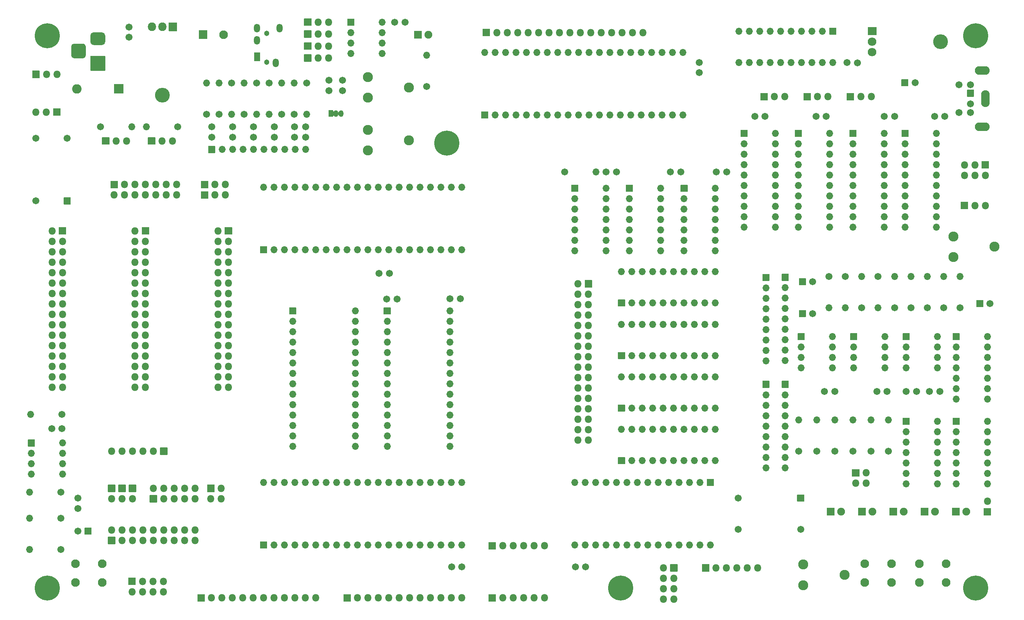
<source format=gts>
G04 #@! TF.GenerationSoftware,KiCad,Pcbnew,(5.1.9)-1*
G04 #@! TF.CreationDate,2023-05-01T09:00:56+01:00*
G04 #@! TF.ProjectId,AT_65C02_Computer_Rev003,41545f36-3543-4303-925f-436f6d707574,Rev003*
G04 #@! TF.SameCoordinates,Original*
G04 #@! TF.FileFunction,Soldermask,Top*
G04 #@! TF.FilePolarity,Negative*
%FSLAX46Y46*%
G04 Gerber Fmt 4.6, Leading zero omitted, Abs format (unit mm)*
G04 Created by KiCad (PCBNEW (5.1.9)-1) date 2023-05-01 09:00:56*
%MOMM*%
%LPD*%
G01*
G04 APERTURE LIST*
%ADD10O,1.702000X1.702000*%
%ADD11O,1.802000X1.802000*%
%ADD12C,6.102000*%
%ADD13C,1.702000*%
%ADD14C,2.102000*%
%ADD15C,2.442000*%
%ADD16O,3.602000X3.602000*%
%ADD17O,2.102000X2.007000*%
%ADD18C,1.902000*%
%ADD19O,2.102000X4.102000*%
%ADD20O,3.602000X2.102000*%
%ADD21O,2.007000X2.102000*%
%ADD22O,2.302000X2.302000*%
%ADD23O,1.502000X2.102000*%
%ADD24C,1.302000*%
%ADD25O,1.152000X1.602000*%
%ADD26C,0.100000*%
G04 APERTURE END LIST*
D10*
X276522000Y-93333000D03*
X268902000Y-116193000D03*
X276522000Y-95873000D03*
X268902000Y-113653000D03*
X276522000Y-98413000D03*
X268902000Y-111113000D03*
X276522000Y-100953000D03*
X268902000Y-108573000D03*
X276522000Y-103493000D03*
X268902000Y-106033000D03*
X276522000Y-106033000D03*
X268902000Y-103493000D03*
X276522000Y-108573000D03*
X268902000Y-100953000D03*
X276522000Y-111113000D03*
X268902000Y-98413000D03*
X276522000Y-113653000D03*
X268902000Y-95873000D03*
X276522000Y-116193000D03*
G36*
G01*
X268051000Y-94133000D02*
X268051000Y-92533000D01*
G75*
G02*
X268102000Y-92482000I51000J0D01*
G01*
X269702000Y-92482000D01*
G75*
G02*
X269753000Y-92533000I0J-51000D01*
G01*
X269753000Y-94133000D01*
G75*
G02*
X269702000Y-94184000I-51000J0D01*
G01*
X268102000Y-94184000D01*
G75*
G02*
X268051000Y-94133000I0J51000D01*
G01*
G37*
X289728000Y-93333000D03*
X282108000Y-116193000D03*
X289728000Y-95873000D03*
X282108000Y-113653000D03*
X289728000Y-98413000D03*
X282108000Y-111113000D03*
X289728000Y-100953000D03*
X282108000Y-108573000D03*
X289728000Y-103493000D03*
X282108000Y-106033000D03*
X289728000Y-106033000D03*
X282108000Y-103493000D03*
X289728000Y-108573000D03*
X282108000Y-100953000D03*
X289728000Y-111113000D03*
X282108000Y-98413000D03*
X289728000Y-113653000D03*
X282108000Y-95873000D03*
X289728000Y-116193000D03*
G36*
G01*
X281257000Y-94133000D02*
X281257000Y-92533000D01*
G75*
G02*
X281308000Y-92482000I51000J0D01*
G01*
X282908000Y-92482000D01*
G75*
G02*
X282959000Y-92533000I0J-51000D01*
G01*
X282959000Y-94133000D01*
G75*
G02*
X282908000Y-94184000I-51000J0D01*
G01*
X281308000Y-94184000D01*
G75*
G02*
X281257000Y-94133000I0J51000D01*
G01*
G37*
X303035000Y-93333000D03*
X295415000Y-116193000D03*
X303035000Y-95873000D03*
X295415000Y-113653000D03*
X303035000Y-98413000D03*
X295415000Y-111113000D03*
X303035000Y-100953000D03*
X295415000Y-108573000D03*
X303035000Y-103493000D03*
X295415000Y-106033000D03*
X303035000Y-106033000D03*
X295415000Y-103493000D03*
X303035000Y-108573000D03*
X295415000Y-100953000D03*
X303035000Y-111113000D03*
X295415000Y-98413000D03*
X303035000Y-113653000D03*
X295415000Y-95873000D03*
X303035000Y-116193000D03*
G36*
G01*
X294564000Y-94133000D02*
X294564000Y-92533000D01*
G75*
G02*
X294615000Y-92482000I51000J0D01*
G01*
X296215000Y-92482000D01*
G75*
G02*
X296266000Y-92533000I0J-51000D01*
G01*
X296266000Y-94133000D01*
G75*
G02*
X296215000Y-94184000I-51000J0D01*
G01*
X294615000Y-94184000D01*
G75*
G02*
X294564000Y-94133000I0J51000D01*
G01*
G37*
X315728000Y-93333000D03*
X308108000Y-116193000D03*
X315728000Y-95873000D03*
X308108000Y-113653000D03*
X315728000Y-98413000D03*
X308108000Y-111113000D03*
X315728000Y-100953000D03*
X308108000Y-108573000D03*
X315728000Y-103493000D03*
X308108000Y-106033000D03*
X315728000Y-106033000D03*
X308108000Y-103493000D03*
X315728000Y-108573000D03*
X308108000Y-100953000D03*
X315728000Y-111113000D03*
X308108000Y-98413000D03*
X315728000Y-113653000D03*
X308108000Y-95873000D03*
X315728000Y-116193000D03*
G36*
G01*
X307257000Y-94133000D02*
X307257000Y-92533000D01*
G75*
G02*
X307308000Y-92482000I51000J0D01*
G01*
X308908000Y-92482000D01*
G75*
G02*
X308959000Y-92533000I0J-51000D01*
G01*
X308959000Y-94133000D01*
G75*
G02*
X308908000Y-94184000I-51000J0D01*
G01*
X307308000Y-94184000D01*
G75*
G02*
X307257000Y-94133000I0J51000D01*
G01*
G37*
G36*
G01*
X115740000Y-193481000D02*
X114040000Y-193481000D01*
G75*
G02*
X113989000Y-193430000I0J51000D01*
G01*
X113989000Y-191730000D01*
G75*
G02*
X114040000Y-191679000I51000J0D01*
G01*
X115740000Y-191679000D01*
G75*
G02*
X115791000Y-191730000I0J-51000D01*
G01*
X115791000Y-193430000D01*
G75*
G02*
X115740000Y-193481000I-51000J0D01*
G01*
G37*
D11*
X114890000Y-190040000D03*
X117430000Y-192580000D03*
X117430000Y-190040000D03*
X119970000Y-192580000D03*
X119970000Y-190040000D03*
X122510000Y-192580000D03*
X122510000Y-190040000D03*
X125050000Y-192580000D03*
X125050000Y-190040000D03*
X127590000Y-192580000D03*
X127590000Y-190040000D03*
X130130000Y-192580000D03*
X130130000Y-190040000D03*
X132670000Y-192580000D03*
X132670000Y-190040000D03*
X135210000Y-192580000D03*
X135210000Y-190040000D03*
D12*
X196490000Y-95700000D03*
X238865000Y-204210000D03*
D13*
X119145000Y-69915000D03*
X119145000Y-67415000D03*
D14*
X112565000Y-198275000D03*
X112565000Y-202775000D03*
X106065000Y-198275000D03*
X106065000Y-202775000D03*
X318044000Y-198275000D03*
X318044000Y-202775000D03*
X311544000Y-198275000D03*
X311544000Y-202775000D03*
X304804000Y-198275000D03*
X304804000Y-202775000D03*
X298304000Y-198275000D03*
X298304000Y-202775000D03*
D11*
X299855000Y-84410000D03*
X297315000Y-84410000D03*
G36*
G01*
X295625000Y-85311000D02*
X293925000Y-85311000D01*
G75*
G02*
X293874000Y-85260000I0J51000D01*
G01*
X293874000Y-83560000D01*
G75*
G02*
X293925000Y-83509000I51000J0D01*
G01*
X295625000Y-83509000D01*
G75*
G02*
X295676000Y-83560000I0J-51000D01*
G01*
X295676000Y-85260000D01*
G75*
G02*
X295625000Y-85311000I-51000J0D01*
G01*
G37*
X289335000Y-84410000D03*
X286795000Y-84410000D03*
G36*
G01*
X285105000Y-85311000D02*
X283405000Y-85311000D01*
G75*
G02*
X283354000Y-85260000I0J51000D01*
G01*
X283354000Y-83560000D01*
G75*
G02*
X283405000Y-83509000I51000J0D01*
G01*
X285105000Y-83509000D01*
G75*
G02*
X285156000Y-83560000I0J-51000D01*
G01*
X285156000Y-85260000D01*
G75*
G02*
X285105000Y-85311000I-51000J0D01*
G01*
G37*
X278815000Y-84410000D03*
X276275000Y-84410000D03*
G36*
G01*
X274585000Y-85311000D02*
X272885000Y-85311000D01*
G75*
G02*
X272834000Y-85260000I0J51000D01*
G01*
X272834000Y-83560000D01*
G75*
G02*
X272885000Y-83509000I51000J0D01*
G01*
X274585000Y-83509000D01*
G75*
G02*
X274636000Y-83560000I0J-51000D01*
G01*
X274636000Y-85260000D01*
G75*
G02*
X274585000Y-85311000I-51000J0D01*
G01*
G37*
X228445000Y-168110000D03*
X230985000Y-168110000D03*
X228445000Y-165570000D03*
X230985000Y-165570000D03*
X228445000Y-163030000D03*
X230985000Y-163030000D03*
X228445000Y-160490000D03*
X230985000Y-160490000D03*
X228445000Y-157950000D03*
X230985000Y-157950000D03*
X228445000Y-155410000D03*
X230985000Y-155410000D03*
X228445000Y-152870000D03*
X230985000Y-152870000D03*
X228445000Y-150330000D03*
X230985000Y-150330000D03*
X228445000Y-147790000D03*
X230985000Y-147790000D03*
X228445000Y-145250000D03*
X230985000Y-145250000D03*
X228445000Y-142710000D03*
X230985000Y-142710000D03*
X228445000Y-140170000D03*
X230985000Y-140170000D03*
X228445000Y-137630000D03*
X230985000Y-137630000D03*
X228445000Y-135090000D03*
X230985000Y-135090000D03*
X228445000Y-132550000D03*
X230985000Y-132550000D03*
X228445000Y-130010000D03*
G36*
G01*
X230084000Y-130860000D02*
X230084000Y-129160000D01*
G75*
G02*
X230135000Y-129109000I51000J0D01*
G01*
X231835000Y-129109000D01*
G75*
G02*
X231886000Y-129160000I0J-51000D01*
G01*
X231886000Y-130860000D01*
G75*
G02*
X231835000Y-130911000I-51000J0D01*
G01*
X230135000Y-130911000D01*
G75*
G02*
X230084000Y-130860000I0J51000D01*
G01*
G37*
D10*
X239045000Y-139876666D03*
X261905000Y-147496666D03*
X241585000Y-139876666D03*
X259365000Y-147496666D03*
X244125000Y-139876666D03*
X256825000Y-147496666D03*
X246665000Y-139876666D03*
X254285000Y-147496666D03*
X249205000Y-139876666D03*
X251745000Y-147496666D03*
X251745000Y-139876666D03*
X249205000Y-147496666D03*
X254285000Y-139876666D03*
X246665000Y-147496666D03*
X256825000Y-139876666D03*
X244125000Y-147496666D03*
X259365000Y-139876666D03*
X241585000Y-147496666D03*
X261905000Y-139876666D03*
G36*
G01*
X239845000Y-148347666D02*
X238245000Y-148347666D01*
G75*
G02*
X238194000Y-148296666I0J51000D01*
G01*
X238194000Y-146696666D01*
G75*
G02*
X238245000Y-146645666I51000J0D01*
G01*
X239845000Y-146645666D01*
G75*
G02*
X239896000Y-146696666I0J-51000D01*
G01*
X239896000Y-148296666D01*
G75*
G02*
X239845000Y-148347666I-51000J0D01*
G01*
G37*
X239045000Y-127060000D03*
X261905000Y-134680000D03*
X241585000Y-127060000D03*
X259365000Y-134680000D03*
X244125000Y-127060000D03*
X256825000Y-134680000D03*
X246665000Y-127060000D03*
X254285000Y-134680000D03*
X249205000Y-127060000D03*
X251745000Y-134680000D03*
X251745000Y-127060000D03*
X249205000Y-134680000D03*
X254285000Y-127060000D03*
X246665000Y-134680000D03*
X256825000Y-127060000D03*
X244125000Y-134680000D03*
X259365000Y-127060000D03*
X241585000Y-134680000D03*
X261905000Y-127060000D03*
G36*
G01*
X239845000Y-135531000D02*
X238245000Y-135531000D01*
G75*
G02*
X238194000Y-135480000I0J51000D01*
G01*
X238194000Y-133880000D01*
G75*
G02*
X238245000Y-133829000I51000J0D01*
G01*
X239845000Y-133829000D01*
G75*
G02*
X239896000Y-133880000I0J-51000D01*
G01*
X239896000Y-135480000D01*
G75*
G02*
X239845000Y-135531000I-51000J0D01*
G01*
G37*
X239045000Y-152693332D03*
X261905000Y-160313332D03*
X241585000Y-152693332D03*
X259365000Y-160313332D03*
X244125000Y-152693332D03*
X256825000Y-160313332D03*
X246665000Y-152693332D03*
X254285000Y-160313332D03*
X249205000Y-152693332D03*
X251745000Y-160313332D03*
X251745000Y-152693332D03*
X249205000Y-160313332D03*
X254285000Y-152693332D03*
X246665000Y-160313332D03*
X256825000Y-152693332D03*
X244125000Y-160313332D03*
X259365000Y-152693332D03*
X241585000Y-160313332D03*
X261905000Y-152693332D03*
G36*
G01*
X239845000Y-161164332D02*
X238245000Y-161164332D01*
G75*
G02*
X238194000Y-161113332I0J51000D01*
G01*
X238194000Y-159513332D01*
G75*
G02*
X238245000Y-159462332I51000J0D01*
G01*
X239845000Y-159462332D01*
G75*
G02*
X239896000Y-159513332I0J-51000D01*
G01*
X239896000Y-161113332D01*
G75*
G02*
X239845000Y-161164332I-51000J0D01*
G01*
G37*
X239045000Y-165510000D03*
X261905000Y-173130000D03*
X241585000Y-165510000D03*
X259365000Y-173130000D03*
X244125000Y-165510000D03*
X256825000Y-173130000D03*
X246665000Y-165510000D03*
X254285000Y-173130000D03*
X249205000Y-165510000D03*
X251745000Y-173130000D03*
X251745000Y-165510000D03*
X249205000Y-173130000D03*
X254285000Y-165510000D03*
X246665000Y-173130000D03*
X256825000Y-165510000D03*
X244125000Y-173130000D03*
X259365000Y-165510000D03*
X241585000Y-173130000D03*
X261905000Y-165510000D03*
G36*
G01*
X239845000Y-173981000D02*
X238245000Y-173981000D01*
G75*
G02*
X238194000Y-173930000I0J51000D01*
G01*
X238194000Y-172330000D01*
G75*
G02*
X238245000Y-172279000I51000J0D01*
G01*
X239845000Y-172279000D01*
G75*
G02*
X239896000Y-172330000I0J-51000D01*
G01*
X239896000Y-173930000D01*
G75*
G02*
X239845000Y-173981000I-51000J0D01*
G01*
G37*
D15*
X319885000Y-118480000D03*
X329885000Y-120980000D03*
X319885000Y-123480000D03*
D11*
X220255000Y-206560000D03*
X217715000Y-206560000D03*
X215175000Y-206560000D03*
X212635000Y-206560000D03*
X210095000Y-206560000D03*
G36*
G01*
X208405000Y-207461000D02*
X206705000Y-207461000D01*
G75*
G02*
X206654000Y-207410000I0J51000D01*
G01*
X206654000Y-205710000D01*
G75*
G02*
X206705000Y-205659000I51000J0D01*
G01*
X208405000Y-205659000D01*
G75*
G02*
X208456000Y-205710000I0J-51000D01*
G01*
X208456000Y-207410000D01*
G75*
G02*
X208405000Y-207461000I-51000J0D01*
G01*
G37*
G36*
G01*
X208405000Y-194761000D02*
X206705000Y-194761000D01*
G75*
G02*
X206654000Y-194710000I0J51000D01*
G01*
X206654000Y-193010000D01*
G75*
G02*
X206705000Y-192959000I51000J0D01*
G01*
X208405000Y-192959000D01*
G75*
G02*
X208456000Y-193010000I0J-51000D01*
G01*
X208456000Y-194710000D01*
G75*
G02*
X208405000Y-194761000I-51000J0D01*
G01*
G37*
X210095000Y-193860000D03*
X212635000Y-193860000D03*
X215175000Y-193860000D03*
X217715000Y-193860000D03*
X220255000Y-193860000D03*
X249245000Y-206870000D03*
X251785000Y-206870000D03*
X249245000Y-204330000D03*
X251785000Y-204330000D03*
X249245000Y-201790000D03*
X251785000Y-201790000D03*
X249245000Y-199250000D03*
G36*
G01*
X250884000Y-200100000D02*
X250884000Y-198400000D01*
G75*
G02*
X250935000Y-198349000I51000J0D01*
G01*
X252635000Y-198349000D01*
G75*
G02*
X252686000Y-198400000I0J-51000D01*
G01*
X252686000Y-200100000D01*
G75*
G02*
X252635000Y-200151000I-51000J0D01*
G01*
X250935000Y-200151000D01*
G75*
G02*
X250884000Y-200100000I0J51000D01*
G01*
G37*
D16*
X316725000Y-70960000D03*
G36*
G01*
X299065000Y-67416500D02*
X301065000Y-67416500D01*
G75*
G02*
X301116000Y-67467500I0J-51000D01*
G01*
X301116000Y-69372500D01*
G75*
G02*
X301065000Y-69423500I-51000J0D01*
G01*
X299065000Y-69423500D01*
G75*
G02*
X299014000Y-69372500I0J51000D01*
G01*
X299014000Y-67467500D01*
G75*
G02*
X299065000Y-67416500I51000J0D01*
G01*
G37*
D17*
X300065000Y-70960000D03*
X300065000Y-73500000D03*
G36*
G01*
X152705000Y-194511000D02*
X151105000Y-194511000D01*
G75*
G02*
X151054000Y-194460000I0J51000D01*
G01*
X151054000Y-192860000D01*
G75*
G02*
X151105000Y-192809000I51000J0D01*
G01*
X152705000Y-192809000D01*
G75*
G02*
X152756000Y-192860000I0J-51000D01*
G01*
X152756000Y-194460000D01*
G75*
G02*
X152705000Y-194511000I-51000J0D01*
G01*
G37*
D10*
X200165000Y-178420000D03*
X154445000Y-193660000D03*
X197625000Y-178420000D03*
X156985000Y-193660000D03*
X195085000Y-178420000D03*
X159525000Y-193660000D03*
X192545000Y-178420000D03*
X162065000Y-193660000D03*
X190005000Y-178420000D03*
X164605000Y-193660000D03*
X187465000Y-178420000D03*
X167145000Y-193660000D03*
X184925000Y-178420000D03*
X169685000Y-193660000D03*
X182385000Y-178420000D03*
X172225000Y-193660000D03*
X179845000Y-178420000D03*
X174765000Y-193660000D03*
X177305000Y-178420000D03*
X177305000Y-193660000D03*
X174765000Y-178420000D03*
X179845000Y-193660000D03*
X172225000Y-178420000D03*
X182385000Y-193660000D03*
X169685000Y-178420000D03*
X184925000Y-193660000D03*
X167145000Y-178420000D03*
X187465000Y-193660000D03*
X164605000Y-178420000D03*
X190005000Y-193660000D03*
X162065000Y-178420000D03*
X192545000Y-193660000D03*
X159525000Y-178420000D03*
X195085000Y-193660000D03*
X156985000Y-178420000D03*
X197625000Y-193660000D03*
X154445000Y-178420000D03*
X200165000Y-193660000D03*
X151905000Y-178420000D03*
G36*
G01*
X259865000Y-177609000D02*
X261465000Y-177609000D01*
G75*
G02*
X261516000Y-177660000I0J-51000D01*
G01*
X261516000Y-179260000D01*
G75*
G02*
X261465000Y-179311000I-51000J0D01*
G01*
X259865000Y-179311000D01*
G75*
G02*
X259814000Y-179260000I0J51000D01*
G01*
X259814000Y-177660000D01*
G75*
G02*
X259865000Y-177609000I51000J0D01*
G01*
G37*
X227645000Y-193700000D03*
X258125000Y-178460000D03*
X230185000Y-193700000D03*
X255585000Y-178460000D03*
X232725000Y-193700000D03*
X253045000Y-178460000D03*
X235265000Y-193700000D03*
X250505000Y-178460000D03*
X237805000Y-193700000D03*
X247965000Y-178460000D03*
X240345000Y-193700000D03*
X245425000Y-178460000D03*
X242885000Y-193700000D03*
X242885000Y-178460000D03*
X245425000Y-193700000D03*
X240345000Y-178460000D03*
X247965000Y-193700000D03*
X237805000Y-178460000D03*
X250505000Y-193700000D03*
X235265000Y-178460000D03*
X253045000Y-193700000D03*
X232725000Y-178460000D03*
X255585000Y-193700000D03*
X230185000Y-178460000D03*
X258125000Y-193700000D03*
X227645000Y-178460000D03*
X260665000Y-193700000D03*
X151905000Y-106460000D03*
X200165000Y-121700000D03*
X154445000Y-106460000D03*
X197625000Y-121700000D03*
X156985000Y-106460000D03*
X195085000Y-121700000D03*
X159525000Y-106460000D03*
X192545000Y-121700000D03*
X162065000Y-106460000D03*
X190005000Y-121700000D03*
X164605000Y-106460000D03*
X187465000Y-121700000D03*
X167145000Y-106460000D03*
X184925000Y-121700000D03*
X169685000Y-106460000D03*
X182385000Y-121700000D03*
X172225000Y-106460000D03*
X179845000Y-121700000D03*
X174765000Y-106460000D03*
X177305000Y-121700000D03*
X177305000Y-106460000D03*
X174765000Y-121700000D03*
X179845000Y-106460000D03*
X172225000Y-121700000D03*
X182385000Y-106460000D03*
X169685000Y-121700000D03*
X184925000Y-106460000D03*
X167145000Y-121700000D03*
X187465000Y-106460000D03*
X164605000Y-121700000D03*
X190005000Y-106460000D03*
X162065000Y-121700000D03*
X192545000Y-106460000D03*
X159525000Y-121700000D03*
X195085000Y-106460000D03*
X156985000Y-121700000D03*
X197625000Y-106460000D03*
X154445000Y-121700000D03*
X200165000Y-106460000D03*
G36*
G01*
X152705000Y-122551000D02*
X151105000Y-122551000D01*
G75*
G02*
X151054000Y-122500000I0J51000D01*
G01*
X151054000Y-120900000D01*
G75*
G02*
X151105000Y-120849000I51000J0D01*
G01*
X152705000Y-120849000D01*
G75*
G02*
X152756000Y-120900000I0J-51000D01*
G01*
X152756000Y-122500000D01*
G75*
G02*
X152705000Y-122551000I-51000J0D01*
G01*
G37*
G36*
G01*
X206525000Y-89711000D02*
X204925000Y-89711000D01*
G75*
G02*
X204874000Y-89660000I0J51000D01*
G01*
X204874000Y-88060000D01*
G75*
G02*
X204925000Y-88009000I51000J0D01*
G01*
X206525000Y-88009000D01*
G75*
G02*
X206576000Y-88060000I0J-51000D01*
G01*
X206576000Y-89660000D01*
G75*
G02*
X206525000Y-89711000I-51000J0D01*
G01*
G37*
X253985000Y-73620000D03*
X208265000Y-88860000D03*
X251445000Y-73620000D03*
X210805000Y-88860000D03*
X248905000Y-73620000D03*
X213345000Y-88860000D03*
X246365000Y-73620000D03*
X215885000Y-88860000D03*
X243825000Y-73620000D03*
X218425000Y-88860000D03*
X241285000Y-73620000D03*
X220965000Y-88860000D03*
X238745000Y-73620000D03*
X223505000Y-88860000D03*
X236205000Y-73620000D03*
X226045000Y-88860000D03*
X233665000Y-73620000D03*
X228585000Y-88860000D03*
X231125000Y-73620000D03*
X231125000Y-88860000D03*
X228585000Y-73620000D03*
X233665000Y-88860000D03*
X226045000Y-73620000D03*
X236205000Y-88860000D03*
X223505000Y-73620000D03*
X238745000Y-88860000D03*
X220965000Y-73620000D03*
X241285000Y-88860000D03*
X218425000Y-73620000D03*
X243825000Y-88860000D03*
X215885000Y-73620000D03*
X246365000Y-88860000D03*
X213345000Y-73620000D03*
X248905000Y-88860000D03*
X210805000Y-73620000D03*
X251445000Y-88860000D03*
X208265000Y-73620000D03*
X253985000Y-88860000D03*
X205725000Y-73620000D03*
D18*
X192015000Y-69280000D03*
G36*
G01*
X188524000Y-70180000D02*
X188524000Y-68380000D01*
G75*
G02*
X188575000Y-68329000I51000J0D01*
G01*
X190375000Y-68329000D01*
G75*
G02*
X190426000Y-68380000I0J-51000D01*
G01*
X190426000Y-70180000D01*
G75*
G02*
X190375000Y-70231000I-51000J0D01*
G01*
X188575000Y-70231000D01*
G75*
G02*
X188524000Y-70180000I0J51000D01*
G01*
G37*
D13*
X230305000Y-198990000D03*
X227805000Y-198990000D03*
D11*
X272235000Y-199250000D03*
X269695000Y-199250000D03*
X267155000Y-199250000D03*
X264615000Y-199250000D03*
X262075000Y-199250000D03*
G36*
G01*
X260385000Y-200151000D02*
X258685000Y-200151000D01*
G75*
G02*
X258634000Y-200100000I0J51000D01*
G01*
X258634000Y-198400000D01*
G75*
G02*
X258685000Y-198349000I51000J0D01*
G01*
X260385000Y-198349000D01*
G75*
G02*
X260436000Y-198400000I0J-51000D01*
G01*
X260436000Y-200100000D01*
G75*
G02*
X260385000Y-200151000I-51000J0D01*
G01*
G37*
D15*
X177245000Y-79640000D03*
X187245000Y-82140000D03*
X177245000Y-84640000D03*
G36*
G01*
X289715000Y-67569000D02*
X291315000Y-67569000D01*
G75*
G02*
X291366000Y-67620000I0J-51000D01*
G01*
X291366000Y-69220000D01*
G75*
G02*
X291315000Y-69271000I-51000J0D01*
G01*
X289715000Y-69271000D01*
G75*
G02*
X289664000Y-69220000I0J51000D01*
G01*
X289664000Y-67620000D01*
G75*
G02*
X289715000Y-67569000I51000J0D01*
G01*
G37*
D10*
X267655000Y-76040000D03*
X287975000Y-68420000D03*
X270195000Y-76040000D03*
X285435000Y-68420000D03*
X272735000Y-76040000D03*
X282895000Y-68420000D03*
X275275000Y-76040000D03*
X280355000Y-68420000D03*
X277815000Y-76040000D03*
X277815000Y-68420000D03*
X280355000Y-76040000D03*
X275275000Y-68420000D03*
X282895000Y-76040000D03*
X272735000Y-68420000D03*
X285435000Y-76040000D03*
X270195000Y-68420000D03*
X287975000Y-76040000D03*
X267655000Y-68420000D03*
X290515000Y-76040000D03*
D13*
X253485000Y-102760000D03*
X250985000Y-102760000D03*
D12*
X99225000Y-204210000D03*
X99225000Y-69590000D03*
X325285000Y-69590000D03*
X325285000Y-204210000D03*
D11*
X244225000Y-68760000D03*
X241685000Y-68760000D03*
X239145000Y-68760000D03*
X236605000Y-68760000D03*
X234065000Y-68760000D03*
X231525000Y-68760000D03*
X228985000Y-68760000D03*
X226445000Y-68760000D03*
X223905000Y-68760000D03*
X221365000Y-68760000D03*
X218825000Y-68760000D03*
X216285000Y-68760000D03*
X213745000Y-68760000D03*
X211205000Y-68760000D03*
X208665000Y-68760000D03*
G36*
G01*
X206975000Y-69661000D02*
X205275000Y-69661000D01*
G75*
G02*
X205224000Y-69610000I0J51000D01*
G01*
X205224000Y-67910000D01*
G75*
G02*
X205275000Y-67859000I51000J0D01*
G01*
X206975000Y-67859000D01*
G75*
G02*
X207026000Y-67910000I0J-51000D01*
G01*
X207026000Y-69610000D01*
G75*
G02*
X206975000Y-69661000I-51000J0D01*
G01*
G37*
D13*
X182497000Y-127502000D03*
X179997000Y-127502000D03*
X106655000Y-182270000D03*
X106655000Y-184770000D03*
X181895000Y-133710000D03*
X184395000Y-133710000D03*
X102815000Y-165290000D03*
X100315000Y-165290000D03*
X197275000Y-133670000D03*
X199775000Y-133670000D03*
X293955000Y-76040000D03*
X296455000Y-76170000D03*
G36*
G01*
X110006000Y-189510000D02*
X110006000Y-191110000D01*
G75*
G02*
X109955000Y-191161000I-51000J0D01*
G01*
X108355000Y-191161000D01*
G75*
G02*
X108304000Y-191110000I0J51000D01*
G01*
X108304000Y-189510000D01*
G75*
G02*
X108355000Y-189459000I51000J0D01*
G01*
X109955000Y-189459000D01*
G75*
G02*
X110006000Y-189510000I0J-51000D01*
G01*
G37*
X106655000Y-190310000D03*
X237785000Y-102760000D03*
X235285000Y-102760000D03*
X200165000Y-198990000D03*
X197665000Y-198990000D03*
X257935000Y-78560000D03*
X257935000Y-76060000D03*
X264655000Y-102760000D03*
X262155000Y-102760000D03*
G36*
G01*
X102004000Y-117960000D02*
X102004000Y-116260000D01*
G75*
G02*
X102055000Y-116209000I51000J0D01*
G01*
X103755000Y-116209000D01*
G75*
G02*
X103806000Y-116260000I0J-51000D01*
G01*
X103806000Y-117960000D01*
G75*
G02*
X103755000Y-118011000I-51000J0D01*
G01*
X102055000Y-118011000D01*
G75*
G02*
X102004000Y-117960000I0J51000D01*
G01*
G37*
D11*
X100365000Y-117110000D03*
X102905000Y-119650000D03*
X100365000Y-119650000D03*
X102905000Y-122190000D03*
X100365000Y-122190000D03*
X102905000Y-124730000D03*
X100365000Y-124730000D03*
X102905000Y-127270000D03*
X100365000Y-127270000D03*
X102905000Y-129810000D03*
X100365000Y-129810000D03*
X102905000Y-132350000D03*
X100365000Y-132350000D03*
X102905000Y-134890000D03*
X100365000Y-134890000D03*
X102905000Y-137430000D03*
X100365000Y-137430000D03*
X102905000Y-139970000D03*
X100365000Y-139970000D03*
X102905000Y-142510000D03*
X100365000Y-142510000D03*
X102905000Y-145050000D03*
X100365000Y-145050000D03*
X102905000Y-147590000D03*
X100365000Y-147590000D03*
X102905000Y-150130000D03*
X100365000Y-150130000D03*
X102905000Y-152670000D03*
X100365000Y-152670000D03*
X102905000Y-155210000D03*
X100365000Y-155210000D03*
D19*
X327665000Y-84860000D03*
D13*
X321215000Y-88260000D03*
X321215000Y-81460000D03*
X324015000Y-88260000D03*
X324015000Y-81460000D03*
X324015000Y-86160000D03*
G36*
G01*
X324815000Y-84411000D02*
X323215000Y-84411000D01*
G75*
G02*
X323164000Y-84360000I0J51000D01*
G01*
X323164000Y-82760000D01*
G75*
G02*
X323215000Y-82709000I51000J0D01*
G01*
X324815000Y-82709000D01*
G75*
G02*
X324866000Y-82760000I0J-51000D01*
G01*
X324866000Y-84360000D01*
G75*
G02*
X324815000Y-84411000I-51000J0D01*
G01*
G37*
D20*
X326865000Y-78010000D03*
X326865000Y-91710000D03*
D10*
X119784000Y-91740000D03*
D13*
X112164000Y-91740000D03*
X130960000Y-91740000D03*
D10*
X123340000Y-91740000D03*
D13*
X102535000Y-180830000D03*
D10*
X94915000Y-180830000D03*
D13*
X102795000Y-161860000D03*
D10*
X95175000Y-161860000D03*
X94925000Y-187180000D03*
D13*
X102545000Y-187180000D03*
D10*
X94925000Y-194760000D03*
D13*
X102545000Y-194760000D03*
G36*
G01*
X181134000Y-137440000D02*
X181134000Y-135840000D01*
G75*
G02*
X181185000Y-135789000I51000J0D01*
G01*
X182785000Y-135789000D01*
G75*
G02*
X182836000Y-135840000I0J-51000D01*
G01*
X182836000Y-137440000D01*
G75*
G02*
X182785000Y-137491000I-51000J0D01*
G01*
X181185000Y-137491000D01*
G75*
G02*
X181134000Y-137440000I0J51000D01*
G01*
G37*
D10*
X197225000Y-169660000D03*
X181985000Y-139180000D03*
X197225000Y-167120000D03*
X181985000Y-141720000D03*
X197225000Y-164580000D03*
X181985000Y-144260000D03*
X197225000Y-162040000D03*
X181985000Y-146800000D03*
X197225000Y-159500000D03*
X181985000Y-149340000D03*
X197225000Y-156960000D03*
X181985000Y-151880000D03*
X197225000Y-154420000D03*
X181985000Y-154420000D03*
X197225000Y-151880000D03*
X181985000Y-156960000D03*
X197225000Y-149340000D03*
X181985000Y-159500000D03*
X197225000Y-146800000D03*
X181985000Y-162040000D03*
X197225000Y-144260000D03*
X181985000Y-164580000D03*
X197225000Y-141720000D03*
X181985000Y-167120000D03*
X197225000Y-139180000D03*
X181985000Y-169660000D03*
X197225000Y-136640000D03*
X248585000Y-106730000D03*
X240965000Y-121970000D03*
X248585000Y-109270000D03*
X240965000Y-119430000D03*
X248585000Y-111810000D03*
X240965000Y-116890000D03*
X248585000Y-114350000D03*
X240965000Y-114350000D03*
X248585000Y-116890000D03*
X240965000Y-111810000D03*
X248585000Y-119430000D03*
X240965000Y-109270000D03*
X248585000Y-121970000D03*
G36*
G01*
X240114000Y-107530000D02*
X240114000Y-105930000D01*
G75*
G02*
X240165000Y-105879000I51000J0D01*
G01*
X241765000Y-105879000D01*
G75*
G02*
X241816000Y-105930000I0J-51000D01*
G01*
X241816000Y-107530000D01*
G75*
G02*
X241765000Y-107581000I-51000J0D01*
G01*
X240165000Y-107581000D01*
G75*
G02*
X240114000Y-107530000I0J51000D01*
G01*
G37*
X261905000Y-106730000D03*
X254285000Y-121970000D03*
X261905000Y-109270000D03*
X254285000Y-119430000D03*
X261905000Y-111810000D03*
X254285000Y-116890000D03*
X261905000Y-114350000D03*
X254285000Y-114350000D03*
X261905000Y-116890000D03*
X254285000Y-111810000D03*
X261905000Y-119430000D03*
X254285000Y-109270000D03*
X261905000Y-121970000D03*
G36*
G01*
X253434000Y-107530000D02*
X253434000Y-105930000D01*
G75*
G02*
X253485000Y-105879000I51000J0D01*
G01*
X255085000Y-105879000D01*
G75*
G02*
X255136000Y-105930000I0J-51000D01*
G01*
X255136000Y-107530000D01*
G75*
G02*
X255085000Y-107581000I-51000J0D01*
G01*
X253485000Y-107581000D01*
G75*
G02*
X253434000Y-107530000I0J51000D01*
G01*
G37*
G36*
G01*
X94494000Y-169620000D02*
X94494000Y-168020000D01*
G75*
G02*
X94545000Y-167969000I51000J0D01*
G01*
X96145000Y-167969000D01*
G75*
G02*
X96196000Y-168020000I0J-51000D01*
G01*
X96196000Y-169620000D01*
G75*
G02*
X96145000Y-169671000I-51000J0D01*
G01*
X94545000Y-169671000D01*
G75*
G02*
X94494000Y-169620000I0J51000D01*
G01*
G37*
X102965000Y-176440000D03*
X95345000Y-171360000D03*
X102965000Y-173900000D03*
X95345000Y-173900000D03*
X102965000Y-171360000D03*
X95345000Y-176440000D03*
X102965000Y-168820000D03*
G36*
G01*
X226794000Y-107530000D02*
X226794000Y-105930000D01*
G75*
G02*
X226845000Y-105879000I51000J0D01*
G01*
X228445000Y-105879000D01*
G75*
G02*
X228496000Y-105930000I0J-51000D01*
G01*
X228496000Y-107530000D01*
G75*
G02*
X228445000Y-107581000I-51000J0D01*
G01*
X226845000Y-107581000D01*
G75*
G02*
X226794000Y-107530000I0J51000D01*
G01*
G37*
X235265000Y-121970000D03*
X227645000Y-109270000D03*
X235265000Y-119430000D03*
X227645000Y-111810000D03*
X235265000Y-116890000D03*
X227645000Y-114350000D03*
X235265000Y-114350000D03*
X227645000Y-116890000D03*
X235265000Y-111810000D03*
X227645000Y-119430000D03*
X235265000Y-109270000D03*
X227645000Y-121970000D03*
X235265000Y-106730000D03*
G36*
G01*
X104875000Y-110661000D02*
X103275000Y-110661000D01*
G75*
G02*
X103224000Y-110610000I0J51000D01*
G01*
X103224000Y-109010000D01*
G75*
G02*
X103275000Y-108959000I51000J0D01*
G01*
X104875000Y-108959000D01*
G75*
G02*
X104926000Y-109010000I0J-51000D01*
G01*
X104926000Y-110610000D01*
G75*
G02*
X104875000Y-110661000I-51000J0D01*
G01*
G37*
D13*
X96455000Y-109810000D03*
X96455000Y-94570000D03*
X104075000Y-94570000D03*
G36*
G01*
X283506000Y-181440000D02*
X283506000Y-183040000D01*
G75*
G02*
X283455000Y-183091000I-51000J0D01*
G01*
X281855000Y-183091000D01*
G75*
G02*
X281804000Y-183040000I0J51000D01*
G01*
X281804000Y-181440000D01*
G75*
G02*
X281855000Y-181389000I51000J0D01*
G01*
X283455000Y-181389000D01*
G75*
G02*
X283506000Y-181440000I0J-51000D01*
G01*
G37*
X282655000Y-189860000D03*
X267415000Y-189860000D03*
X267415000Y-182240000D03*
G36*
G01*
X100685000Y-87239000D02*
X102385000Y-87239000D01*
G75*
G02*
X102436000Y-87290000I0J-51000D01*
G01*
X102436000Y-88990000D01*
G75*
G02*
X102385000Y-89041000I-51000J0D01*
G01*
X100685000Y-89041000D01*
G75*
G02*
X100634000Y-88990000I0J51000D01*
G01*
X100634000Y-87290000D01*
G75*
G02*
X100685000Y-87239000I51000J0D01*
G01*
G37*
D11*
X98995000Y-88140000D03*
X96455000Y-88140000D03*
X322555000Y-103550000D03*
X322555000Y-101010000D03*
X325095000Y-103550000D03*
X325095000Y-101010000D03*
X327635000Y-103550000D03*
G36*
G01*
X326785000Y-100109000D02*
X328485000Y-100109000D01*
G75*
G02*
X328536000Y-100160000I0J-51000D01*
G01*
X328536000Y-101860000D01*
G75*
G02*
X328485000Y-101911000I-51000J0D01*
G01*
X326785000Y-101911000D01*
G75*
G02*
X326734000Y-101860000I0J51000D01*
G01*
X326734000Y-100160000D01*
G75*
G02*
X326785000Y-100109000I51000J0D01*
G01*
G37*
D10*
X315989000Y-142895000D03*
X308369000Y-150515000D03*
X315989000Y-145435000D03*
X308369000Y-147975000D03*
X315989000Y-147975000D03*
X308369000Y-145435000D03*
X315989000Y-150515000D03*
G36*
G01*
X307518000Y-143695000D02*
X307518000Y-142095000D01*
G75*
G02*
X307569000Y-142044000I51000J0D01*
G01*
X309169000Y-142044000D01*
G75*
G02*
X309220000Y-142095000I0J-51000D01*
G01*
X309220000Y-143695000D01*
G75*
G02*
X309169000Y-143746000I-51000J0D01*
G01*
X307569000Y-143746000D01*
G75*
G02*
X307518000Y-143695000I0J51000D01*
G01*
G37*
D18*
X323014000Y-185565000D03*
G36*
G01*
X319523000Y-186465000D02*
X319523000Y-184665000D01*
G75*
G02*
X319574000Y-184614000I51000J0D01*
G01*
X321374000Y-184614000D01*
G75*
G02*
X321425000Y-184665000I0J-51000D01*
G01*
X321425000Y-186465000D01*
G75*
G02*
X321374000Y-186516000I-51000J0D01*
G01*
X319574000Y-186516000D01*
G75*
G02*
X319523000Y-186465000I0J51000D01*
G01*
G37*
X315394000Y-185565000D03*
G36*
G01*
X311903000Y-186465000D02*
X311903000Y-184665000D01*
G75*
G02*
X311954000Y-184614000I51000J0D01*
G01*
X313754000Y-184614000D01*
G75*
G02*
X313805000Y-184665000I0J-51000D01*
G01*
X313805000Y-186465000D01*
G75*
G02*
X313754000Y-186516000I-51000J0D01*
G01*
X311954000Y-186516000D01*
G75*
G02*
X311903000Y-186465000I0J51000D01*
G01*
G37*
X300154000Y-185565000D03*
G36*
G01*
X296663000Y-186465000D02*
X296663000Y-184665000D01*
G75*
G02*
X296714000Y-184614000I51000J0D01*
G01*
X298514000Y-184614000D01*
G75*
G02*
X298565000Y-184665000I0J-51000D01*
G01*
X298565000Y-186465000D01*
G75*
G02*
X298514000Y-186516000I-51000J0D01*
G01*
X296714000Y-186516000D01*
G75*
G02*
X296663000Y-186465000I0J51000D01*
G01*
G37*
X307774000Y-185565000D03*
G36*
G01*
X304283000Y-186465000D02*
X304283000Y-184665000D01*
G75*
G02*
X304334000Y-184614000I51000J0D01*
G01*
X306134000Y-184614000D01*
G75*
G02*
X306185000Y-184665000I0J-51000D01*
G01*
X306185000Y-186465000D01*
G75*
G02*
X306134000Y-186516000I-51000J0D01*
G01*
X304334000Y-186516000D01*
G75*
G02*
X304283000Y-186465000I0J51000D01*
G01*
G37*
X292534000Y-185565000D03*
G36*
G01*
X289043000Y-186465000D02*
X289043000Y-184665000D01*
G75*
G02*
X289094000Y-184614000I51000J0D01*
G01*
X290894000Y-184614000D01*
G75*
G02*
X290945000Y-184665000I0J-51000D01*
G01*
X290945000Y-186465000D01*
G75*
G02*
X290894000Y-186516000I-51000J0D01*
G01*
X289094000Y-186516000D01*
G75*
G02*
X289043000Y-186465000I0J51000D01*
G01*
G37*
D15*
X283319000Y-203455000D03*
X293319000Y-200955000D03*
X283319000Y-198455000D03*
D10*
X299774000Y-163215000D03*
D13*
X299774000Y-170835000D03*
G36*
G01*
X282228000Y-138070000D02*
X282228000Y-136470000D01*
G75*
G02*
X282279000Y-136419000I51000J0D01*
G01*
X283879000Y-136419000D01*
G75*
G02*
X283930000Y-136470000I0J-51000D01*
G01*
X283930000Y-138070000D01*
G75*
G02*
X283879000Y-138121000I-51000J0D01*
G01*
X282279000Y-138121000D01*
G75*
G02*
X282228000Y-138070000I0J51000D01*
G01*
G37*
X285579000Y-137270000D03*
X285579000Y-129515000D03*
G36*
G01*
X282228000Y-130315000D02*
X282228000Y-128715000D01*
G75*
G02*
X282279000Y-128664000I51000J0D01*
G01*
X283879000Y-128664000D01*
G75*
G02*
X283930000Y-128715000I0J-51000D01*
G01*
X283930000Y-130315000D01*
G75*
G02*
X283879000Y-130366000I-51000J0D01*
G01*
X282279000Y-130366000D01*
G75*
G02*
X282228000Y-130315000I0J51000D01*
G01*
G37*
X289574000Y-128205000D03*
D10*
X289574000Y-135825000D03*
X293559000Y-135825000D03*
D13*
X293559000Y-128205000D03*
D10*
X282214000Y-163215000D03*
D13*
X282214000Y-170835000D03*
X309499000Y-135825000D03*
D10*
X309499000Y-128205000D03*
D13*
X321454000Y-135825000D03*
D10*
X321454000Y-128205000D03*
X295384000Y-163215000D03*
D13*
X295384000Y-170835000D03*
D10*
X317469000Y-128205000D03*
D13*
X317469000Y-135825000D03*
X301529000Y-128205000D03*
D10*
X301529000Y-135825000D03*
D13*
X297544000Y-135825000D03*
D10*
X297544000Y-128205000D03*
X286604000Y-163215000D03*
D13*
X286604000Y-170835000D03*
X313484000Y-135825000D03*
D10*
X313484000Y-128205000D03*
D13*
X305514000Y-135825000D03*
D10*
X305514000Y-128205000D03*
X290994000Y-163215000D03*
D13*
X290994000Y-170835000D03*
G36*
G01*
X319668000Y-164325000D02*
X319668000Y-162725000D01*
G75*
G02*
X319719000Y-162674000I51000J0D01*
G01*
X321319000Y-162674000D01*
G75*
G02*
X321370000Y-162725000I0J-51000D01*
G01*
X321370000Y-164325000D01*
G75*
G02*
X321319000Y-164376000I-51000J0D01*
G01*
X319719000Y-164376000D01*
G75*
G02*
X319668000Y-164325000I0J51000D01*
G01*
G37*
D10*
X328139000Y-178765000D03*
X320519000Y-166065000D03*
X328139000Y-176225000D03*
X320519000Y-168605000D03*
X328139000Y-173685000D03*
X320519000Y-171145000D03*
X328139000Y-171145000D03*
X320519000Y-173685000D03*
X328139000Y-168605000D03*
X320519000Y-176225000D03*
X328139000Y-166065000D03*
X320519000Y-178765000D03*
X328139000Y-163525000D03*
G36*
G01*
X281958000Y-143695000D02*
X281958000Y-142095000D01*
G75*
G02*
X282009000Y-142044000I51000J0D01*
G01*
X283609000Y-142044000D01*
G75*
G02*
X283660000Y-142095000I0J-51000D01*
G01*
X283660000Y-143695000D01*
G75*
G02*
X283609000Y-143746000I-51000J0D01*
G01*
X282009000Y-143746000D01*
G75*
G02*
X281958000Y-143695000I0J51000D01*
G01*
G37*
X290429000Y-150515000D03*
X282809000Y-145435000D03*
X290429000Y-147975000D03*
X282809000Y-147975000D03*
X290429000Y-145435000D03*
X282809000Y-150515000D03*
X290429000Y-142895000D03*
X315989000Y-163525000D03*
X308369000Y-178765000D03*
X315989000Y-166065000D03*
X308369000Y-176225000D03*
X315989000Y-168605000D03*
X308369000Y-173685000D03*
X315989000Y-171145000D03*
X308369000Y-171145000D03*
X315989000Y-173685000D03*
X308369000Y-168605000D03*
X315989000Y-176225000D03*
X308369000Y-166065000D03*
X315989000Y-178765000D03*
G36*
G01*
X307518000Y-164325000D02*
X307518000Y-162725000D01*
G75*
G02*
X307569000Y-162674000I51000J0D01*
G01*
X309169000Y-162674000D01*
G75*
G02*
X309220000Y-162725000I0J-51000D01*
G01*
X309220000Y-164325000D01*
G75*
G02*
X309169000Y-164376000I-51000J0D01*
G01*
X307569000Y-164376000D01*
G75*
G02*
X307518000Y-164325000I0J51000D01*
G01*
G37*
G36*
G01*
X319668000Y-143695000D02*
X319668000Y-142095000D01*
G75*
G02*
X319719000Y-142044000I51000J0D01*
G01*
X321319000Y-142044000D01*
G75*
G02*
X321370000Y-142095000I0J-51000D01*
G01*
X321370000Y-143695000D01*
G75*
G02*
X321319000Y-143746000I-51000J0D01*
G01*
X319719000Y-143746000D01*
G75*
G02*
X319668000Y-143695000I0J51000D01*
G01*
G37*
X328139000Y-158135000D03*
X320519000Y-145435000D03*
X328139000Y-155595000D03*
X320519000Y-147975000D03*
X328139000Y-153055000D03*
X320519000Y-150515000D03*
X328139000Y-150515000D03*
X320519000Y-153055000D03*
X328139000Y-147975000D03*
X320519000Y-155595000D03*
X328139000Y-145435000D03*
X320519000Y-158135000D03*
X328139000Y-142895000D03*
X303209000Y-142895000D03*
X295589000Y-150515000D03*
X303209000Y-145435000D03*
X295589000Y-147975000D03*
X303209000Y-147975000D03*
X295589000Y-145435000D03*
X303209000Y-150515000D03*
G36*
G01*
X294738000Y-143695000D02*
X294738000Y-142095000D01*
G75*
G02*
X294789000Y-142044000I51000J0D01*
G01*
X296389000Y-142044000D01*
G75*
G02*
X296440000Y-142095000I0J-51000D01*
G01*
X296440000Y-143695000D01*
G75*
G02*
X296389000Y-143746000I-51000J0D01*
G01*
X294789000Y-143746000D01*
G75*
G02*
X294738000Y-143695000I0J51000D01*
G01*
G37*
D13*
X304029000Y-170835000D03*
D10*
X304029000Y-163215000D03*
G36*
G01*
X325438000Y-135610000D02*
X325438000Y-134010000D01*
G75*
G02*
X325489000Y-133959000I51000J0D01*
G01*
X327089000Y-133959000D01*
G75*
G02*
X327140000Y-134010000I0J-51000D01*
G01*
X327140000Y-135610000D01*
G75*
G02*
X327089000Y-135661000I-51000J0D01*
G01*
X325489000Y-135661000D01*
G75*
G02*
X325438000Y-135610000I0J51000D01*
G01*
G37*
D13*
X328789000Y-134810000D03*
D10*
X278898000Y-148755000D03*
X278898000Y-146215000D03*
X278898000Y-143675000D03*
X278898000Y-141135000D03*
X278898000Y-138595000D03*
X278898000Y-136055000D03*
X278898000Y-133515000D03*
X278898000Y-130975000D03*
G36*
G01*
X278098000Y-127584000D02*
X279698000Y-127584000D01*
G75*
G02*
X279749000Y-127635000I0J-51000D01*
G01*
X279749000Y-129235000D01*
G75*
G02*
X279698000Y-129286000I-51000J0D01*
G01*
X278098000Y-129286000D01*
G75*
G02*
X278047000Y-129235000I0J51000D01*
G01*
X278047000Y-127635000D01*
G75*
G02*
X278098000Y-127584000I51000J0D01*
G01*
G37*
X274198000Y-148775000D03*
X274198000Y-146235000D03*
X274198000Y-143695000D03*
X274198000Y-141155000D03*
X274198000Y-138615000D03*
X274198000Y-136075000D03*
X274198000Y-133535000D03*
X274198000Y-130995000D03*
G36*
G01*
X273398000Y-127604000D02*
X274998000Y-127604000D01*
G75*
G02*
X275049000Y-127655000I0J-51000D01*
G01*
X275049000Y-129255000D01*
G75*
G02*
X274998000Y-129306000I-51000J0D01*
G01*
X273398000Y-129306000D01*
G75*
G02*
X273347000Y-129255000I0J51000D01*
G01*
X273347000Y-127655000D01*
G75*
G02*
X273398000Y-127604000I51000J0D01*
G01*
G37*
G36*
G01*
X278098000Y-153664000D02*
X279698000Y-153664000D01*
G75*
G02*
X279749000Y-153715000I0J-51000D01*
G01*
X279749000Y-155315000D01*
G75*
G02*
X279698000Y-155366000I-51000J0D01*
G01*
X278098000Y-155366000D01*
G75*
G02*
X278047000Y-155315000I0J51000D01*
G01*
X278047000Y-153715000D01*
G75*
G02*
X278098000Y-153664000I51000J0D01*
G01*
G37*
X278898000Y-157055000D03*
X278898000Y-159595000D03*
X278898000Y-162135000D03*
X278898000Y-164675000D03*
X278898000Y-167215000D03*
X278898000Y-169755000D03*
X278898000Y-172295000D03*
X278898000Y-174835000D03*
G36*
G01*
X273398000Y-153664000D02*
X274998000Y-153664000D01*
G75*
G02*
X275049000Y-153715000I0J-51000D01*
G01*
X275049000Y-155315000D01*
G75*
G02*
X274998000Y-155366000I-51000J0D01*
G01*
X273398000Y-155366000D01*
G75*
G02*
X273347000Y-155315000I0J51000D01*
G01*
X273347000Y-153715000D01*
G75*
G02*
X273398000Y-153664000I51000J0D01*
G01*
G37*
X274198000Y-157055000D03*
X274198000Y-159595000D03*
X274198000Y-162135000D03*
X274198000Y-164675000D03*
X274198000Y-167215000D03*
X274198000Y-169755000D03*
X274198000Y-172295000D03*
X274198000Y-174835000D03*
D11*
X101560000Y-78960000D03*
X99020000Y-78960000D03*
G36*
G01*
X97305000Y-79861000D02*
X95605000Y-79861000D01*
G75*
G02*
X95554000Y-79810000I0J51000D01*
G01*
X95554000Y-78110000D01*
G75*
G02*
X95605000Y-78059000I51000J0D01*
G01*
X97305000Y-78059000D01*
G75*
G02*
X97356000Y-78110000I0J-51000D01*
G01*
X97356000Y-79810000D01*
G75*
G02*
X97305000Y-79861000I-51000J0D01*
G01*
G37*
D21*
X124725000Y-67375000D03*
X127265000Y-67375000D03*
G36*
G01*
X130808500Y-66375000D02*
X130808500Y-68375000D01*
G75*
G02*
X130757500Y-68426000I-51000J0D01*
G01*
X128852500Y-68426000D01*
G75*
G02*
X128801500Y-68375000I0J51000D01*
G01*
X128801500Y-66375000D01*
G75*
G02*
X128852500Y-66324000I51000J0D01*
G01*
X130757500Y-66324000D01*
G75*
G02*
X130808500Y-66375000I0J-51000D01*
G01*
G37*
D16*
X127265000Y-84035000D03*
G36*
G01*
X117756000Y-81370000D02*
X117756000Y-83570000D01*
G75*
G02*
X117705000Y-83621000I-51000J0D01*
G01*
X115505000Y-83621000D01*
G75*
G02*
X115454000Y-83570000I0J51000D01*
G01*
X115454000Y-81370000D01*
G75*
G02*
X115505000Y-81319000I51000J0D01*
G01*
X117705000Y-81319000D01*
G75*
G02*
X117756000Y-81370000I0J-51000D01*
G01*
G37*
D22*
X106445000Y-82470000D03*
G36*
G01*
X109775000Y-74464000D02*
X113275000Y-74464000D01*
G75*
G02*
X113326000Y-74515000I0J-51000D01*
G01*
X113326000Y-78015000D01*
G75*
G02*
X113275000Y-78066000I-51000J0D01*
G01*
X109775000Y-78066000D01*
G75*
G02*
X109724000Y-78015000I0J51000D01*
G01*
X109724000Y-74515000D01*
G75*
G02*
X109775000Y-74464000I51000J0D01*
G01*
G37*
G36*
G01*
X110499500Y-68714000D02*
X112550500Y-68714000D01*
G75*
G02*
X113326000Y-69489500I0J-775500D01*
G01*
X113326000Y-71040500D01*
G75*
G02*
X112550500Y-71816000I-775500J0D01*
G01*
X110499500Y-71816000D01*
G75*
G02*
X109724000Y-71040500I0J775500D01*
G01*
X109724000Y-69489500D01*
G75*
G02*
X110499500Y-68714000I775500J0D01*
G01*
G37*
G36*
G01*
X105924500Y-71464000D02*
X107725500Y-71464000D01*
G75*
G02*
X108626000Y-72364500I0J-900500D01*
G01*
X108626000Y-74165500D01*
G75*
G02*
X107725500Y-75066000I-900500J0D01*
G01*
X105924500Y-75066000D01*
G75*
G02*
X105024000Y-74165500I0J900500D01*
G01*
X105024000Y-72364500D01*
G75*
G02*
X105924500Y-71464000I900500J0D01*
G01*
G37*
D10*
X191595000Y-74330000D03*
D13*
X191595000Y-81950000D03*
G36*
G01*
X307184000Y-81800000D02*
X307184000Y-80200000D01*
G75*
G02*
X307235000Y-80149000I51000J0D01*
G01*
X308835000Y-80149000D01*
G75*
G02*
X308886000Y-80200000I0J-51000D01*
G01*
X308886000Y-81800000D01*
G75*
G02*
X308835000Y-81851000I-51000J0D01*
G01*
X307235000Y-81851000D01*
G75*
G02*
X307184000Y-81800000I0J51000D01*
G01*
G37*
X310535000Y-81000000D03*
X225225000Y-102760000D03*
D10*
X232845000Y-102760000D03*
G36*
G01*
X296925000Y-177001000D02*
X295225000Y-177001000D01*
G75*
G02*
X295174000Y-176950000I0J51000D01*
G01*
X295174000Y-175250000D01*
G75*
G02*
X295225000Y-175199000I51000J0D01*
G01*
X296925000Y-175199000D01*
G75*
G02*
X296976000Y-175250000I0J-51000D01*
G01*
X296976000Y-176950000D01*
G75*
G02*
X296925000Y-177001000I-51000J0D01*
G01*
G37*
D11*
X296075000Y-178640000D03*
X298615000Y-176100000D03*
X298615000Y-178640000D03*
G36*
G01*
X136104000Y-70280000D02*
X136104000Y-68280000D01*
G75*
G02*
X136155000Y-68229000I51000J0D01*
G01*
X138155000Y-68229000D01*
G75*
G02*
X138206000Y-68280000I0J-51000D01*
G01*
X138206000Y-70280000D01*
G75*
G02*
X138155000Y-70331000I-51000J0D01*
G01*
X136155000Y-70331000D01*
G75*
G02*
X136104000Y-70280000I0J51000D01*
G01*
G37*
D14*
X142155000Y-69280000D03*
D13*
X288469000Y-156230000D03*
X290969000Y-156230000D03*
X316529000Y-156230000D03*
X314029000Y-156230000D03*
X308369000Y-156230000D03*
X310869000Y-156230000D03*
X303709000Y-156230000D03*
X301209000Y-156230000D03*
X271482000Y-89170000D03*
X273982000Y-89170000D03*
X286395000Y-89170000D03*
X288895000Y-89170000D03*
X305535000Y-89170000D03*
X303035000Y-89170000D03*
X317768000Y-89170000D03*
X315268000Y-89170000D03*
X139262000Y-94240000D03*
X139262000Y-91740000D03*
X144342000Y-91740000D03*
X144342000Y-94240000D03*
X149422000Y-94240000D03*
X149422000Y-91740000D03*
X154502000Y-94240000D03*
X154502000Y-91740000D03*
X159382000Y-91740000D03*
X159382000Y-94240000D03*
X162122000Y-91740000D03*
X162122000Y-94240000D03*
X171125000Y-82890000D03*
X171125000Y-80390000D03*
X167815000Y-82890000D03*
X167815000Y-80390000D03*
X186315000Y-66220000D03*
X183815000Y-66220000D03*
D23*
X155810000Y-67680000D03*
X154810000Y-76180000D03*
G36*
G01*
X149610000Y-73629000D02*
X151010000Y-73629000D01*
G75*
G02*
X151061000Y-73680000I0J-51000D01*
G01*
X151061000Y-75680000D01*
G75*
G02*
X151010000Y-75731000I-51000J0D01*
G01*
X149610000Y-75731000D01*
G75*
G02*
X149559000Y-75680000I0J51000D01*
G01*
X149559000Y-73680000D01*
G75*
G02*
X149610000Y-73629000I51000J0D01*
G01*
G37*
X150310000Y-70680000D03*
X150310000Y-67680000D03*
D24*
X152610000Y-68980000D03*
X152610000Y-75980000D03*
D11*
X167725000Y-74980000D03*
X165185000Y-74980000D03*
G36*
G01*
X163495000Y-75881000D02*
X161795000Y-75881000D01*
G75*
G02*
X161744000Y-75830000I0J51000D01*
G01*
X161744000Y-74130000D01*
G75*
G02*
X161795000Y-74079000I51000J0D01*
G01*
X163495000Y-74079000D01*
G75*
G02*
X163546000Y-74130000I0J-51000D01*
G01*
X163546000Y-75830000D01*
G75*
G02*
X163495000Y-75881000I-51000J0D01*
G01*
G37*
G36*
G01*
X163495000Y-72961000D02*
X161795000Y-72961000D01*
G75*
G02*
X161744000Y-72910000I0J51000D01*
G01*
X161744000Y-71210000D01*
G75*
G02*
X161795000Y-71159000I51000J0D01*
G01*
X163495000Y-71159000D01*
G75*
G02*
X163546000Y-71210000I0J-51000D01*
G01*
X163546000Y-72910000D01*
G75*
G02*
X163495000Y-72961000I-51000J0D01*
G01*
G37*
X165185000Y-72060000D03*
X167725000Y-72060000D03*
X167725000Y-69140000D03*
X165185000Y-69140000D03*
G36*
G01*
X163495000Y-70041000D02*
X161795000Y-70041000D01*
G75*
G02*
X161744000Y-69990000I0J51000D01*
G01*
X161744000Y-68290000D01*
G75*
G02*
X161795000Y-68239000I51000J0D01*
G01*
X163495000Y-68239000D01*
G75*
G02*
X163546000Y-68290000I0J-51000D01*
G01*
X163546000Y-69990000D01*
G75*
G02*
X163495000Y-70041000I-51000J0D01*
G01*
G37*
G36*
G01*
X163495000Y-67121000D02*
X161795000Y-67121000D01*
G75*
G02*
X161744000Y-67070000I0J51000D01*
G01*
X161744000Y-65370000D01*
G75*
G02*
X161795000Y-65319000I51000J0D01*
G01*
X163495000Y-65319000D01*
G75*
G02*
X163546000Y-65370000I0J-51000D01*
G01*
X163546000Y-67070000D01*
G75*
G02*
X163495000Y-67121000I-51000J0D01*
G01*
G37*
X165185000Y-66220000D03*
X167725000Y-66220000D03*
D25*
X169525000Y-88500000D03*
X170795000Y-88500000D03*
G36*
G01*
X167679000Y-89250000D02*
X167679000Y-87750000D01*
G75*
G02*
X167730000Y-87699000I51000J0D01*
G01*
X168780000Y-87699000D01*
G75*
G02*
X168831000Y-87750000I0J-51000D01*
G01*
X168831000Y-89250000D01*
G75*
G02*
X168780000Y-89301000I-51000J0D01*
G01*
X167730000Y-89301000D01*
G75*
G02*
X167679000Y-89250000I0J51000D01*
G01*
G37*
D13*
X147152500Y-88700000D03*
D10*
X147152500Y-81080000D03*
D13*
X156272500Y-88700000D03*
D10*
X156272500Y-81080000D03*
X138032500Y-81080000D03*
D13*
X138032500Y-88700000D03*
D10*
X162352500Y-88700000D03*
D13*
X162352500Y-81080000D03*
X141072500Y-88700000D03*
D10*
X141072500Y-81080000D03*
X144112500Y-88700000D03*
D13*
X144112500Y-81080000D03*
D10*
X159312500Y-81080000D03*
D13*
X159312500Y-88700000D03*
D10*
X153232500Y-88700000D03*
D13*
X153232500Y-81080000D03*
D10*
X150192500Y-88700000D03*
D13*
X150192500Y-81080000D03*
G36*
G01*
X172284000Y-67020000D02*
X172284000Y-65420000D01*
G75*
G02*
X172335000Y-65369000I51000J0D01*
G01*
X173935000Y-65369000D01*
G75*
G02*
X173986000Y-65420000I0J-51000D01*
G01*
X173986000Y-67020000D01*
G75*
G02*
X173935000Y-67071000I-51000J0D01*
G01*
X172335000Y-67071000D01*
G75*
G02*
X172284000Y-67020000I0J51000D01*
G01*
G37*
D10*
X180755000Y-73840000D03*
X173135000Y-68760000D03*
X180755000Y-71300000D03*
X173135000Y-71300000D03*
X180755000Y-68760000D03*
X173135000Y-73840000D03*
X180755000Y-66220000D03*
G36*
G01*
X138411000Y-98080000D02*
X138411000Y-96480000D01*
G75*
G02*
X138462000Y-96429000I51000J0D01*
G01*
X140062000Y-96429000D01*
G75*
G02*
X140113000Y-96480000I0J-51000D01*
G01*
X140113000Y-98080000D01*
G75*
G02*
X140062000Y-98131000I-51000J0D01*
G01*
X138462000Y-98131000D01*
G75*
G02*
X138411000Y-98080000I0J51000D01*
G01*
G37*
X141802000Y-97280000D03*
X144342000Y-97280000D03*
X146882000Y-97280000D03*
X149422000Y-97280000D03*
X151962000Y-97280000D03*
X154502000Y-97280000D03*
X157042000Y-97280000D03*
X159582000Y-97280000D03*
X162122000Y-97280000D03*
G36*
G01*
X114299000Y-96091000D02*
X112599000Y-96091000D01*
G75*
G02*
X112548000Y-96040000I0J51000D01*
G01*
X112548000Y-94340000D01*
G75*
G02*
X112599000Y-94289000I51000J0D01*
G01*
X114299000Y-94289000D01*
G75*
G02*
X114350000Y-94340000I0J-51000D01*
G01*
X114350000Y-96040000D01*
G75*
G02*
X114299000Y-96091000I-51000J0D01*
G01*
G37*
D11*
X115989000Y-95190000D03*
X118529000Y-95190000D03*
X129705000Y-95190000D03*
X127165000Y-95190000D03*
G36*
G01*
X125475000Y-96091000D02*
X123775000Y-96091000D01*
G75*
G02*
X123724000Y-96040000I0J51000D01*
G01*
X123724000Y-94340000D01*
G75*
G02*
X123775000Y-94289000I51000J0D01*
G01*
X125475000Y-94289000D01*
G75*
G02*
X125526000Y-94340000I0J-51000D01*
G01*
X125526000Y-96040000D01*
G75*
G02*
X125475000Y-96091000I-51000J0D01*
G01*
G37*
G36*
G01*
X158114000Y-137440000D02*
X158114000Y-135840000D01*
G75*
G02*
X158165000Y-135789000I51000J0D01*
G01*
X159765000Y-135789000D01*
G75*
G02*
X159816000Y-135840000I0J-51000D01*
G01*
X159816000Y-137440000D01*
G75*
G02*
X159765000Y-137491000I-51000J0D01*
G01*
X158165000Y-137491000D01*
G75*
G02*
X158114000Y-137440000I0J51000D01*
G01*
G37*
D10*
X174205000Y-169660000D03*
X158965000Y-139180000D03*
X174205000Y-167120000D03*
X158965000Y-141720000D03*
X174205000Y-164580000D03*
X158965000Y-144260000D03*
X174205000Y-162040000D03*
X158965000Y-146800000D03*
X174205000Y-159500000D03*
X158965000Y-149340000D03*
X174205000Y-156960000D03*
X158965000Y-151880000D03*
X174205000Y-154420000D03*
X158965000Y-154420000D03*
X174205000Y-151880000D03*
X158965000Y-156960000D03*
X174205000Y-149340000D03*
X158965000Y-159500000D03*
X174205000Y-146800000D03*
X158965000Y-162040000D03*
X174205000Y-144260000D03*
X158965000Y-164580000D03*
X174205000Y-141720000D03*
X158965000Y-167120000D03*
X174205000Y-139180000D03*
X158965000Y-169660000D03*
X174205000Y-136640000D03*
G36*
G01*
X122211500Y-117960000D02*
X122211500Y-116260000D01*
G75*
G02*
X122262500Y-116209000I51000J0D01*
G01*
X123962500Y-116209000D01*
G75*
G02*
X124013500Y-116260000I0J-51000D01*
G01*
X124013500Y-117960000D01*
G75*
G02*
X123962500Y-118011000I-51000J0D01*
G01*
X122262500Y-118011000D01*
G75*
G02*
X122211500Y-117960000I0J51000D01*
G01*
G37*
D11*
X120572500Y-117110000D03*
X123112500Y-119650000D03*
X120572500Y-119650000D03*
X123112500Y-122190000D03*
X120572500Y-122190000D03*
X123112500Y-124730000D03*
X120572500Y-124730000D03*
X123112500Y-127270000D03*
X120572500Y-127270000D03*
X123112500Y-129810000D03*
X120572500Y-129810000D03*
X123112500Y-132350000D03*
X120572500Y-132350000D03*
X123112500Y-134890000D03*
X120572500Y-134890000D03*
X123112500Y-137430000D03*
X120572500Y-137430000D03*
X123112500Y-139970000D03*
X120572500Y-139970000D03*
X123112500Y-142510000D03*
X120572500Y-142510000D03*
X123112500Y-145050000D03*
X120572500Y-145050000D03*
X123112500Y-147590000D03*
X120572500Y-147590000D03*
X123112500Y-150130000D03*
X120572500Y-150130000D03*
X123112500Y-152670000D03*
X120572500Y-152670000D03*
X123112500Y-155210000D03*
X120572500Y-155210000D03*
X140780001Y-155210000D03*
X143320001Y-155210000D03*
X140780001Y-152670000D03*
X143320001Y-152670000D03*
X140780001Y-150130000D03*
X143320001Y-150130000D03*
X140780001Y-147590000D03*
X143320001Y-147590000D03*
X140780001Y-145050000D03*
X143320001Y-145050000D03*
X140780001Y-142510000D03*
X143320001Y-142510000D03*
X140780001Y-139970000D03*
X143320001Y-139970000D03*
X140780001Y-137430000D03*
X143320001Y-137430000D03*
X140780001Y-134890000D03*
X143320001Y-134890000D03*
X140780001Y-132350000D03*
X143320001Y-132350000D03*
X140780001Y-129810000D03*
X143320001Y-129810000D03*
X140780001Y-127270000D03*
X143320001Y-127270000D03*
X140780001Y-124730000D03*
X143320001Y-124730000D03*
X140780001Y-122190000D03*
X143320001Y-122190000D03*
X140780001Y-119650000D03*
X143320001Y-119650000D03*
X140780001Y-117110000D03*
G36*
G01*
X142419001Y-117960000D02*
X142419001Y-116260000D01*
G75*
G02*
X142470001Y-116209000I51000J0D01*
G01*
X144170001Y-116209000D01*
G75*
G02*
X144221001Y-116260000I0J-51000D01*
G01*
X144221001Y-117960000D01*
G75*
G02*
X144170001Y-118011000I-51000J0D01*
G01*
X142470001Y-118011000D01*
G75*
G02*
X142419001Y-117960000I0J51000D01*
G01*
G37*
G36*
G01*
X323405000Y-111826000D02*
X321705000Y-111826000D01*
G75*
G02*
X321654000Y-111775000I0J51000D01*
G01*
X321654000Y-110075000D01*
G75*
G02*
X321705000Y-110024000I51000J0D01*
G01*
X323405000Y-110024000D01*
G75*
G02*
X323456000Y-110075000I0J-51000D01*
G01*
X323456000Y-111775000D01*
G75*
G02*
X323405000Y-111826000I-51000J0D01*
G01*
G37*
X325095000Y-110925000D03*
X327635000Y-110925000D03*
G36*
G01*
X329040000Y-184715000D02*
X329040000Y-186415000D01*
G75*
G02*
X328989000Y-186466000I-51000J0D01*
G01*
X327289000Y-186466000D01*
G75*
G02*
X327238000Y-186415000I0J51000D01*
G01*
X327238000Y-184715000D01*
G75*
G02*
X327289000Y-184664000I51000J0D01*
G01*
X328989000Y-184664000D01*
G75*
G02*
X329040000Y-184715000I0J-51000D01*
G01*
G37*
X328139000Y-183025000D03*
D15*
X177245000Y-92525000D03*
X187245000Y-95025000D03*
X177245000Y-97525000D03*
G36*
G01*
X116529000Y-180730000D02*
X116529000Y-179030000D01*
G75*
G02*
X116580000Y-178979000I51000J0D01*
G01*
X118280000Y-178979000D01*
G75*
G02*
X118331000Y-179030000I0J-51000D01*
G01*
X118331000Y-180730000D01*
G75*
G02*
X118280000Y-180781000I-51000J0D01*
G01*
X116580000Y-180781000D01*
G75*
G02*
X116529000Y-180730000I0J51000D01*
G01*
G37*
D11*
X117430000Y-182420000D03*
G36*
G01*
X113989000Y-180730000D02*
X113989000Y-179030000D01*
G75*
G02*
X114040000Y-178979000I51000J0D01*
G01*
X115740000Y-178979000D01*
G75*
G02*
X115791000Y-179030000I0J-51000D01*
G01*
X115791000Y-180730000D01*
G75*
G02*
X115740000Y-180781000I-51000J0D01*
G01*
X114040000Y-180781000D01*
G75*
G02*
X113989000Y-180730000I0J51000D01*
G01*
G37*
X114890000Y-182420000D03*
X119970000Y-182420000D03*
G36*
G01*
X119069000Y-180730000D02*
X119069000Y-179030000D01*
G75*
G02*
X119120000Y-178979000I51000J0D01*
G01*
X120820000Y-178979000D01*
G75*
G02*
X120871000Y-179030000I0J-51000D01*
G01*
X120871000Y-180730000D01*
G75*
G02*
X120820000Y-180781000I-51000J0D01*
G01*
X119120000Y-180781000D01*
G75*
G02*
X119069000Y-180730000I0J51000D01*
G01*
G37*
G36*
G01*
X120705000Y-203451000D02*
X119005000Y-203451000D01*
G75*
G02*
X118954000Y-203400000I0J51000D01*
G01*
X118954000Y-201700000D01*
G75*
G02*
X119005000Y-201649000I51000J0D01*
G01*
X120705000Y-201649000D01*
G75*
G02*
X120756000Y-201700000I0J-51000D01*
G01*
X120756000Y-203400000D01*
G75*
G02*
X120705000Y-203451000I-51000J0D01*
G01*
G37*
X119855000Y-205090000D03*
X122395000Y-202550000D03*
X122395000Y-205090000D03*
X124935000Y-202550000D03*
X124935000Y-205090000D03*
X127475000Y-202550000D03*
X127475000Y-205090000D03*
G36*
G01*
X125900000Y-183321000D02*
X124200000Y-183321000D01*
G75*
G02*
X124149000Y-183270000I0J51000D01*
G01*
X124149000Y-181570000D01*
G75*
G02*
X124200000Y-181519000I51000J0D01*
G01*
X125900000Y-181519000D01*
G75*
G02*
X125951000Y-181570000I0J-51000D01*
G01*
X125951000Y-183270000D01*
G75*
G02*
X125900000Y-183321000I-51000J0D01*
G01*
G37*
X125050000Y-179880000D03*
X127590000Y-182420000D03*
X127590000Y-179880000D03*
X130130000Y-182420000D03*
X130130000Y-179880000D03*
X132670000Y-182420000D03*
X132670000Y-179880000D03*
X135210000Y-182420000D03*
X135210000Y-179880000D03*
X141595000Y-182420000D03*
X141595000Y-179880000D03*
X139055000Y-182420000D03*
G36*
G01*
X139905000Y-180781000D02*
X138205000Y-180781000D01*
G75*
G02*
X138154000Y-180730000I0J51000D01*
G01*
X138154000Y-179030000D01*
G75*
G02*
X138205000Y-178979000I51000J0D01*
G01*
X139905000Y-178979000D01*
G75*
G02*
X139956000Y-179030000I0J-51000D01*
G01*
X139956000Y-180730000D01*
G75*
G02*
X139905000Y-180781000I-51000J0D01*
G01*
G37*
G36*
G01*
X126740000Y-169919000D02*
X128440000Y-169919000D01*
G75*
G02*
X128491000Y-169970000I0J-51000D01*
G01*
X128491000Y-171670000D01*
G75*
G02*
X128440000Y-171721000I-51000J0D01*
G01*
X126740000Y-171721000D01*
G75*
G02*
X126689000Y-171670000I0J51000D01*
G01*
X126689000Y-169970000D01*
G75*
G02*
X126740000Y-169919000I51000J0D01*
G01*
G37*
X125050000Y-170820000D03*
X122510000Y-170820000D03*
X119970000Y-170820000D03*
X117430000Y-170820000D03*
X114890000Y-170820000D03*
G36*
G01*
X137515000Y-207461000D02*
X135815000Y-207461000D01*
G75*
G02*
X135764000Y-207410000I0J51000D01*
G01*
X135764000Y-205710000D01*
G75*
G02*
X135815000Y-205659000I51000J0D01*
G01*
X137515000Y-205659000D01*
G75*
G02*
X137566000Y-205710000I0J-51000D01*
G01*
X137566000Y-207410000D01*
G75*
G02*
X137515000Y-207461000I-51000J0D01*
G01*
G37*
X139205000Y-206560000D03*
X141745000Y-206560000D03*
X144285000Y-206560000D03*
X146825000Y-206560000D03*
X149365000Y-206560000D03*
X151905000Y-206560000D03*
X154445000Y-206560000D03*
X156985000Y-206560000D03*
X159525000Y-206560000D03*
X162065000Y-206560000D03*
X164605000Y-206560000D03*
G36*
G01*
X173075000Y-207461000D02*
X171375000Y-207461000D01*
G75*
G02*
X171324000Y-207410000I0J51000D01*
G01*
X171324000Y-205710000D01*
G75*
G02*
X171375000Y-205659000I51000J0D01*
G01*
X173075000Y-205659000D01*
G75*
G02*
X173126000Y-205710000I0J-51000D01*
G01*
X173126000Y-207410000D01*
G75*
G02*
X173075000Y-207461000I-51000J0D01*
G01*
G37*
X174765000Y-206560000D03*
X177305000Y-206560000D03*
X179845000Y-206560000D03*
X182385000Y-206560000D03*
X184925000Y-206560000D03*
X187465000Y-206560000D03*
X190005000Y-206560000D03*
X192545000Y-206560000D03*
X195085000Y-206560000D03*
X197625000Y-206560000D03*
X200165000Y-206560000D03*
G36*
G01*
X116342500Y-106726000D02*
X114642500Y-106726000D01*
G75*
G02*
X114591500Y-106675000I0J51000D01*
G01*
X114591500Y-104975000D01*
G75*
G02*
X114642500Y-104924000I51000J0D01*
G01*
X116342500Y-104924000D01*
G75*
G02*
X116393500Y-104975000I0J-51000D01*
G01*
X116393500Y-106675000D01*
G75*
G02*
X116342500Y-106726000I-51000J0D01*
G01*
G37*
X115492500Y-108365000D03*
X118032500Y-105825000D03*
X118032500Y-108365000D03*
X120572500Y-105825000D03*
X120572500Y-108365000D03*
X123112500Y-105825000D03*
X123112500Y-108365000D03*
X125652500Y-105825000D03*
X125652500Y-108365000D03*
X128192500Y-105825000D03*
X128192500Y-108365000D03*
X130732500Y-105825000D03*
X130732500Y-108365000D03*
X142595000Y-105825000D03*
X140055000Y-105825000D03*
G36*
G01*
X138365000Y-106726000D02*
X136665000Y-106726000D01*
G75*
G02*
X136614000Y-106675000I0J51000D01*
G01*
X136614000Y-104975000D01*
G75*
G02*
X136665000Y-104924000I51000J0D01*
G01*
X138365000Y-104924000D01*
G75*
G02*
X138416000Y-104975000I0J-51000D01*
G01*
X138416000Y-106675000D01*
G75*
G02*
X138365000Y-106726000I-51000J0D01*
G01*
G37*
G36*
G01*
X138365000Y-109266000D02*
X136665000Y-109266000D01*
G75*
G02*
X136614000Y-109215000I0J51000D01*
G01*
X136614000Y-107515000D01*
G75*
G02*
X136665000Y-107464000I51000J0D01*
G01*
X138365000Y-107464000D01*
G75*
G02*
X138416000Y-107515000I0J-51000D01*
G01*
X138416000Y-109215000D01*
G75*
G02*
X138365000Y-109266000I-51000J0D01*
G01*
G37*
X140055000Y-108365000D03*
X142595000Y-108365000D03*
D26*
G36*
X168832990Y-87868465D02*
G01*
X168835372Y-87892652D01*
X168842372Y-87915727D01*
X168853737Y-87936991D01*
X168869032Y-87955628D01*
X168887669Y-87970923D01*
X168908933Y-87982288D01*
X168932008Y-87989288D01*
X168955999Y-87991651D01*
X168979990Y-87989288D01*
X169003065Y-87982288D01*
X169024329Y-87970923D01*
X169043005Y-87955596D01*
X169044339Y-87954124D01*
X169046243Y-87953512D01*
X169047725Y-87954855D01*
X169047585Y-87956410D01*
X168994702Y-88055344D01*
X168962038Y-88163024D01*
X168951000Y-88275094D01*
X168951000Y-88724906D01*
X168962038Y-88836977D01*
X168994702Y-88944657D01*
X169047746Y-89043892D01*
X169049836Y-89046438D01*
X169050162Y-89048412D01*
X169048616Y-89049680D01*
X169046876Y-89049121D01*
X169034023Y-89036268D01*
X169013976Y-89022873D01*
X168991702Y-89013647D01*
X168968051Y-89008943D01*
X168943945Y-89008943D01*
X168920295Y-89013648D01*
X168898021Y-89022874D01*
X168877974Y-89036269D01*
X168860927Y-89053316D01*
X168847532Y-89073363D01*
X168838323Y-89095594D01*
X168832978Y-89131633D01*
X168831735Y-89133200D01*
X168829757Y-89132907D01*
X168829000Y-89131340D01*
X168829000Y-87868661D01*
X168830000Y-87866929D01*
X168832000Y-87866929D01*
X168832990Y-87868465D01*
G37*
G36*
X170268621Y-88046240D02*
G01*
X170268591Y-88048068D01*
X170264702Y-88055344D01*
X170232038Y-88163024D01*
X170221000Y-88275094D01*
X170221000Y-88724906D01*
X170232038Y-88836977D01*
X170264702Y-88944657D01*
X170268591Y-88951933D01*
X170268525Y-88953932D01*
X170266762Y-88954875D01*
X170265164Y-88953987D01*
X170255071Y-88938882D01*
X170238024Y-88921835D01*
X170217976Y-88908440D01*
X170195702Y-88899214D01*
X170172052Y-88894510D01*
X170147946Y-88894510D01*
X170124296Y-88899215D01*
X170102022Y-88908441D01*
X170081975Y-88921836D01*
X170064928Y-88938883D01*
X170054836Y-88953987D01*
X170053042Y-88954872D01*
X170051379Y-88953761D01*
X170051409Y-88951933D01*
X170055298Y-88944657D01*
X170087962Y-88836977D01*
X170099000Y-88724905D01*
X170099000Y-88275094D01*
X170087962Y-88163023D01*
X170055298Y-88055343D01*
X170051411Y-88048072D01*
X170051477Y-88046073D01*
X170053240Y-88045130D01*
X170054838Y-88046018D01*
X170064929Y-88061119D01*
X170081976Y-88078166D01*
X170102023Y-88091561D01*
X170124297Y-88100787D01*
X170147947Y-88105491D01*
X170172054Y-88105491D01*
X170195704Y-88100786D01*
X170217978Y-88091560D01*
X170238025Y-88078165D01*
X170255072Y-88061118D01*
X170265164Y-88046014D01*
X170266958Y-88045129D01*
X170268621Y-88046240D01*
G37*
G36*
X105025990Y-74165304D02*
G01*
X105043273Y-74340784D01*
X105094403Y-74509337D01*
X105177433Y-74664675D01*
X105289171Y-74800829D01*
X105425325Y-74912567D01*
X105580663Y-74995597D01*
X105749216Y-75046727D01*
X105924696Y-75064010D01*
X105926322Y-75065175D01*
X105926126Y-75067165D01*
X105924500Y-75068000D01*
X105868140Y-75068000D01*
X105867944Y-75067990D01*
X105698438Y-75051295D01*
X105698053Y-75051219D01*
X105540959Y-75003565D01*
X105540597Y-75003415D01*
X105395826Y-74926033D01*
X105395500Y-74925815D01*
X105268603Y-74821674D01*
X105268326Y-74821397D01*
X105164185Y-74694500D01*
X105163967Y-74694174D01*
X105086585Y-74549403D01*
X105086435Y-74549041D01*
X105038781Y-74391947D01*
X105038705Y-74391562D01*
X105022010Y-74222056D01*
X105022000Y-74221860D01*
X105022000Y-74165500D01*
X105023000Y-74163768D01*
X105025000Y-74163768D01*
X105025990Y-74165304D01*
G37*
G36*
X108627165Y-74163874D02*
G01*
X108628000Y-74165500D01*
X108628000Y-74221860D01*
X108627990Y-74222056D01*
X108611295Y-74391562D01*
X108611219Y-74391947D01*
X108563565Y-74549041D01*
X108563415Y-74549403D01*
X108486033Y-74694174D01*
X108485815Y-74694500D01*
X108381674Y-74821397D01*
X108381397Y-74821674D01*
X108254500Y-74925815D01*
X108254174Y-74926033D01*
X108109403Y-75003415D01*
X108109041Y-75003565D01*
X107951947Y-75051219D01*
X107951562Y-75051295D01*
X107782056Y-75067990D01*
X107781860Y-75068000D01*
X107725500Y-75068000D01*
X107723768Y-75067000D01*
X107723768Y-75065000D01*
X107725304Y-75064010D01*
X107900784Y-75046727D01*
X108069337Y-74995597D01*
X108224675Y-74912567D01*
X108360829Y-74800829D01*
X108472567Y-74664675D01*
X108555597Y-74509337D01*
X108606727Y-74340784D01*
X108624010Y-74165304D01*
X108625175Y-74163678D01*
X108627165Y-74163874D01*
G37*
G36*
X105926232Y-71463000D02*
G01*
X105926232Y-71465000D01*
X105924696Y-71465990D01*
X105749216Y-71483273D01*
X105580663Y-71534403D01*
X105425325Y-71617433D01*
X105289171Y-71729171D01*
X105177433Y-71865325D01*
X105094403Y-72020663D01*
X105043273Y-72189216D01*
X105025990Y-72364696D01*
X105024825Y-72366322D01*
X105022835Y-72366126D01*
X105022000Y-72364500D01*
X105022000Y-72308140D01*
X105022010Y-72307944D01*
X105038705Y-72138438D01*
X105038781Y-72138053D01*
X105086435Y-71980959D01*
X105086585Y-71980597D01*
X105163967Y-71835826D01*
X105164185Y-71835500D01*
X105268326Y-71708603D01*
X105268603Y-71708326D01*
X105395500Y-71604185D01*
X105395826Y-71603967D01*
X105540597Y-71526585D01*
X105540959Y-71526435D01*
X105698053Y-71478781D01*
X105698438Y-71478705D01*
X105867944Y-71462010D01*
X105868140Y-71462000D01*
X105924500Y-71462000D01*
X105926232Y-71463000D01*
G37*
G36*
X107782056Y-71462010D02*
G01*
X107951562Y-71478705D01*
X107951947Y-71478781D01*
X108109041Y-71526435D01*
X108109403Y-71526585D01*
X108254174Y-71603967D01*
X108254500Y-71604185D01*
X108381397Y-71708326D01*
X108381674Y-71708603D01*
X108485815Y-71835500D01*
X108486033Y-71835826D01*
X108563415Y-71980597D01*
X108563565Y-71980959D01*
X108611219Y-72138053D01*
X108611295Y-72138438D01*
X108627990Y-72307944D01*
X108628000Y-72308140D01*
X108628000Y-72364500D01*
X108627000Y-72366232D01*
X108625000Y-72366232D01*
X108624010Y-72364696D01*
X108606727Y-72189216D01*
X108555597Y-72020663D01*
X108472567Y-71865325D01*
X108360829Y-71729171D01*
X108224675Y-71617433D01*
X108069337Y-71534403D01*
X107900784Y-71483273D01*
X107725304Y-71465990D01*
X107723678Y-71464825D01*
X107723874Y-71462835D01*
X107725500Y-71462000D01*
X107781860Y-71462000D01*
X107782056Y-71462010D01*
G37*
G36*
X109725990Y-71040304D02*
G01*
X109740871Y-71191398D01*
X109784888Y-71336502D01*
X109856366Y-71470229D01*
X109952560Y-71587440D01*
X110069771Y-71683634D01*
X110203498Y-71755112D01*
X110348602Y-71799129D01*
X110499696Y-71814010D01*
X110501322Y-71815175D01*
X110501126Y-71817165D01*
X110499500Y-71818000D01*
X110443140Y-71818000D01*
X110442944Y-71817990D01*
X110297825Y-71803697D01*
X110297440Y-71803621D01*
X110163794Y-71763080D01*
X110163432Y-71762930D01*
X110040273Y-71697100D01*
X110039947Y-71696882D01*
X109931991Y-71608286D01*
X109931714Y-71608009D01*
X109843118Y-71500053D01*
X109842900Y-71499727D01*
X109777070Y-71376568D01*
X109776920Y-71376206D01*
X109736379Y-71242560D01*
X109736303Y-71242175D01*
X109722010Y-71097056D01*
X109722000Y-71096860D01*
X109722000Y-71040500D01*
X109723000Y-71038768D01*
X109725000Y-71038768D01*
X109725990Y-71040304D01*
G37*
G36*
X113327165Y-71038874D02*
G01*
X113328000Y-71040500D01*
X113328000Y-71096860D01*
X113327990Y-71097056D01*
X113313697Y-71242175D01*
X113313621Y-71242560D01*
X113273080Y-71376206D01*
X113272930Y-71376568D01*
X113207100Y-71499727D01*
X113206882Y-71500053D01*
X113118286Y-71608009D01*
X113118009Y-71608286D01*
X113010053Y-71696882D01*
X113009727Y-71697100D01*
X112886568Y-71762930D01*
X112886206Y-71763080D01*
X112752560Y-71803621D01*
X112752175Y-71803697D01*
X112607056Y-71817990D01*
X112606860Y-71818000D01*
X112550500Y-71818000D01*
X112548768Y-71817000D01*
X112548768Y-71815000D01*
X112550304Y-71814010D01*
X112701398Y-71799129D01*
X112846502Y-71755112D01*
X112980229Y-71683634D01*
X113097440Y-71587440D01*
X113193634Y-71470229D01*
X113265112Y-71336502D01*
X113309129Y-71191398D01*
X113324010Y-71040304D01*
X113325175Y-71038678D01*
X113327165Y-71038874D01*
G37*
G36*
X110501232Y-68713000D02*
G01*
X110501232Y-68715000D01*
X110499696Y-68715990D01*
X110348602Y-68730871D01*
X110203498Y-68774888D01*
X110069771Y-68846366D01*
X109952560Y-68942560D01*
X109856366Y-69059771D01*
X109784888Y-69193498D01*
X109740871Y-69338602D01*
X109725990Y-69489696D01*
X109724825Y-69491322D01*
X109722835Y-69491126D01*
X109722000Y-69489500D01*
X109722000Y-69433140D01*
X109722010Y-69432944D01*
X109736303Y-69287825D01*
X109736379Y-69287440D01*
X109776920Y-69153794D01*
X109777070Y-69153432D01*
X109842900Y-69030273D01*
X109843118Y-69029947D01*
X109931714Y-68921991D01*
X109931991Y-68921714D01*
X110039947Y-68833118D01*
X110040273Y-68832900D01*
X110163432Y-68767070D01*
X110163794Y-68766920D01*
X110297440Y-68726379D01*
X110297825Y-68726303D01*
X110442944Y-68712010D01*
X110443140Y-68712000D01*
X110499500Y-68712000D01*
X110501232Y-68713000D01*
G37*
G36*
X112607056Y-68712010D02*
G01*
X112752175Y-68726303D01*
X112752560Y-68726379D01*
X112886206Y-68766920D01*
X112886568Y-68767070D01*
X113009727Y-68832900D01*
X113010053Y-68833118D01*
X113118009Y-68921714D01*
X113118286Y-68921991D01*
X113206882Y-69029947D01*
X113207100Y-69030273D01*
X113272930Y-69153432D01*
X113273080Y-69153794D01*
X113313621Y-69287440D01*
X113313697Y-69287825D01*
X113327990Y-69432944D01*
X113328000Y-69433140D01*
X113328000Y-69489500D01*
X113327000Y-69491232D01*
X113325000Y-69491232D01*
X113324010Y-69489696D01*
X113309129Y-69338602D01*
X113265112Y-69193498D01*
X113193634Y-69059771D01*
X113097440Y-68942560D01*
X112980229Y-68846366D01*
X112846502Y-68774888D01*
X112701398Y-68730871D01*
X112550304Y-68715990D01*
X112548678Y-68714825D01*
X112548874Y-68712835D01*
X112550500Y-68712000D01*
X112606860Y-68712000D01*
X112607056Y-68712010D01*
G37*
M02*

</source>
